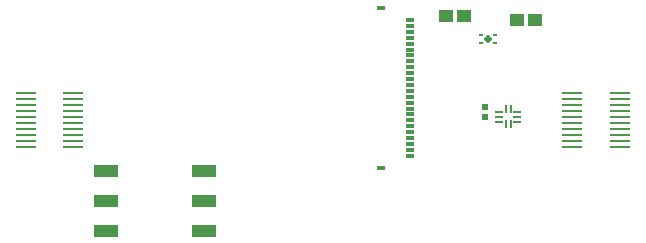
<source format=gbr>
G04*
G04 #@! TF.GenerationSoftware,Altium Limited,Altium Designer,22.4.2 (48)*
G04*
G04 Layer_Color=8421504*
%FSLAX25Y25*%
%MOIN*%
G70*
G04*
G04 #@! TF.SameCoordinates,E734F9EE-B4DD-4720-9605-9BBB33E3B1F9*
G04*
G04*
G04 #@! TF.FilePolarity,Positive*
G04*
G01*
G75*
%ADD15R,0.01400X0.01000*%
%ADD16P,0.02687X4X90.0*%
%ADD17R,0.03150X0.01181*%
%ADD18R,0.03150X0.01575*%
%ADD19R,0.04952X0.03985*%
%ADD20R,0.02578X0.00787*%
%ADD21R,0.00787X0.02578*%
%ADD22R,0.08465X0.04331*%
%ADD23R,0.07087X0.00984*%
%ADD24R,0.02047X0.02047*%
D15*
X250000Y106693D02*
D03*
Y104134D02*
D03*
X254500D02*
D03*
Y106693D02*
D03*
D16*
X252250Y105413D02*
D03*
D17*
X226378Y66535D02*
D03*
Y68504D02*
D03*
Y70472D02*
D03*
Y76378D02*
D03*
Y78347D02*
D03*
Y80315D02*
D03*
Y84252D02*
D03*
Y86221D02*
D03*
Y88189D02*
D03*
Y90158D02*
D03*
Y111811D02*
D03*
Y109843D02*
D03*
Y107874D02*
D03*
Y105905D02*
D03*
Y103937D02*
D03*
Y101969D02*
D03*
Y100000D02*
D03*
Y98032D02*
D03*
Y96063D02*
D03*
Y94095D02*
D03*
Y92126D02*
D03*
Y82284D02*
D03*
Y74410D02*
D03*
Y72441D02*
D03*
D18*
X216535Y115748D02*
D03*
Y62598D02*
D03*
D19*
X238279Y112992D02*
D03*
X244398D02*
D03*
X268020Y111811D02*
D03*
X261901D02*
D03*
D20*
X262116Y77953D02*
D03*
Y79528D02*
D03*
Y81102D02*
D03*
X255995D02*
D03*
Y79528D02*
D03*
Y77953D02*
D03*
D21*
X259842Y81998D02*
D03*
X258268D02*
D03*
Y77057D02*
D03*
X259842D02*
D03*
D22*
X157579Y61575D02*
D03*
Y51575D02*
D03*
Y41575D02*
D03*
X125098D02*
D03*
Y51575D02*
D03*
Y61575D02*
D03*
D23*
X114050Y87358D02*
D03*
Y85390D02*
D03*
Y83421D02*
D03*
Y81453D02*
D03*
Y79484D02*
D03*
Y77516D02*
D03*
Y75547D02*
D03*
Y73579D02*
D03*
Y71610D02*
D03*
Y69642D02*
D03*
X98302Y87358D02*
D03*
Y85390D02*
D03*
Y83421D02*
D03*
Y81453D02*
D03*
Y79484D02*
D03*
Y77516D02*
D03*
Y75547D02*
D03*
Y73579D02*
D03*
Y71610D02*
D03*
Y69642D02*
D03*
X280450D02*
D03*
Y71610D02*
D03*
Y73579D02*
D03*
Y75547D02*
D03*
Y77516D02*
D03*
Y79484D02*
D03*
Y81453D02*
D03*
Y83421D02*
D03*
Y85390D02*
D03*
Y87358D02*
D03*
X296198Y69642D02*
D03*
Y71610D02*
D03*
Y73579D02*
D03*
Y75547D02*
D03*
Y77516D02*
D03*
Y79484D02*
D03*
Y81453D02*
D03*
Y83421D02*
D03*
Y85390D02*
D03*
Y87358D02*
D03*
D24*
X251181Y79528D02*
D03*
Y82677D02*
D03*
M02*

</source>
